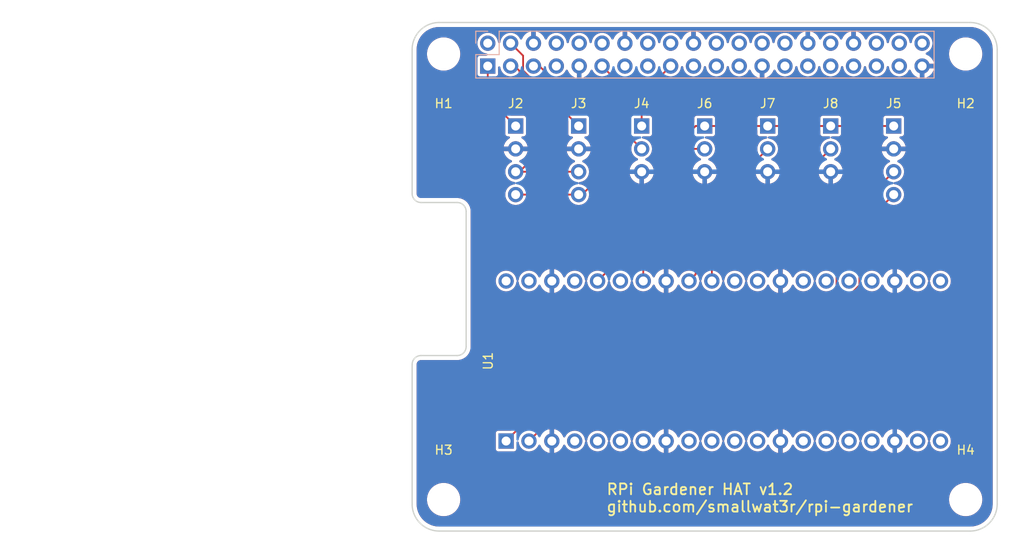
<source format=kicad_pcb>
(kicad_pcb (version 20241229) (generator "pcbnew") (generator_version "9.0")
  (title_block (title "RPi Gardener HAT") (date "2026-01-07") (rev "1.2-compact") (comment 1 "Raspberry Pi HAT with Pico integration"))
  (layers (0 "F.Cu" signal) (2 "B.Cu" signal) (13 "F.Paste" user) (15 "B.Paste" user) (5 "F.SilkS" user "F.Silkscreen") (7 "B.SilkS" user "B.Silkscreen") (1 "F.Mask" user) (3 "B.Mask" user) (25 "Edge.Cuts" user))
  (net 0 "")
  (net 1 "GND")
  (net 2 "+3V3")
  (net 3 "+5V")
  (net 4 "I2C_SDA")
  (net 5 "I2C_SCL")
  (net 6 "GPIO17_DHT")
  (net 7 "GP0_SDA")
  (net 8 "GP1_SCL")
  (net 9 "GP26_ADC0")
  (net 10 "GP27_ADC1")
  (net 11 "GP28_ADC2")
  (net 12 "PICO_3V3")
  (footprint "RPi_Pico:RPi_Pico_SMD_TH" (layer "F.Cu") (at 87.44 93.11 90)
    (property "Reference" "U1" (at 0 -2 90) (layer "F.SilkS"))
    (property "Value" "Pico")
    (pad "1" thru_hole rect (at -8.89 0 90) (size 1.7 1.7) (drill 1) (layers "*.Cu" "*.Mask") (net 7 "GP0_SDA"))
    (pad "2" thru_hole oval (at -8.89 2.54 90) (size 1.7 1.7) (drill 1) (layers "*.Cu" "*.Mask") (net 8 "GP1_SCL"))
    (pad "3" thru_hole oval (at -8.89 5.08 90) (size 1.7 1.7) (drill 1) (layers "*.Cu" "*.Mask") (net 1 "GND"))
    (pad "4" thru_hole oval (at -8.89 7.62 90) (size 1.7 1.7) (drill 1) (layers "*.Cu" "*.Mask"))
    (pad "5" thru_hole oval (at -8.89 10.16 90) (size 1.7 1.7) (drill 1) (layers "*.Cu" "*.Mask"))
    (pad "6" thru_hole oval (at -8.89 12.7 90) (size 1.7 1.7) (drill 1) (layers "*.Cu" "*.Mask"))
    (pad "7" thru_hole oval (at -8.89 15.24 90) (size 1.7 1.7) (drill 1) (layers "*.Cu" "*.Mask"))
    (pad "8" thru_hole oval (at -8.89 17.78 90) (size 1.7 1.7) (drill 1) (layers "*.Cu" "*.Mask") (net 1 "GND"))
    (pad "9" thru_hole oval (at -8.89 20.32 90) (size 1.7 1.7) (drill 1) (layers "*.Cu" "*.Mask"))
    (pad "10" thru_hole oval (at -8.89 22.86 90) (size 1.7 1.7) (drill 1) (layers "*.Cu" "*.Mask"))
    (pad "11" thru_hole oval (at -8.89 25.4 90) (size 1.7 1.7) (drill 1) (layers "*.Cu" "*.Mask"))
    (pad "12" thru_hole oval (at -8.89 27.94 90) (size 1.7 1.7) (drill 1) (layers "*.Cu" "*.Mask"))
    (pad "13" thru_hole oval (at -8.89 30.48 90) (size 1.7 1.7) (drill 1) (layers "*.Cu" "*.Mask") (net 1 "GND"))
    (pad "14" thru_hole oval (at -8.89 33.02 90) (size 1.7 1.7) (drill 1) (layers "*.Cu" "*.Mask"))
    (pad "15" thru_hole oval (at -8.89 35.56 90) (size 1.7 1.7) (drill 1) (layers "*.Cu" "*.Mask"))
    (pad "16" thru_hole oval (at -8.89 38.1 90) (size 1.7 1.7) (drill 1) (layers "*.Cu" "*.Mask"))
    (pad "17" thru_hole oval (at -8.89 40.64 90) (size 1.7 1.7) (drill 1) (layers "*.Cu" "*.Mask"))
    (pad "18" thru_hole oval (at -8.89 43.18 90) (size 1.7 1.7) (drill 1) (layers "*.Cu" "*.Mask") (net 1 "GND"))
    (pad "19" thru_hole oval (at -8.89 45.72 90) (size 1.7 1.7) (drill 1) (layers "*.Cu" "*.Mask"))
    (pad "20" thru_hole oval (at -8.89 48.26 90) (size 1.7 1.7) (drill 1) (layers "*.Cu" "*.Mask"))
    (pad "21" thru_hole oval (at 8.89 48.26 90) (size 1.7 1.7) (drill 1) (layers "*.Cu" "*.Mask"))
    (pad "22" thru_hole oval (at 8.89 45.72 90) (size 1.7 1.7) (drill 1) (layers "*.Cu" "*.Mask"))
    (pad "23" thru_hole oval (at 8.89 43.18 90) (size 1.7 1.7) (drill 1) (layers "*.Cu" "*.Mask") (net 1 "GND"))
    (pad "24" thru_hole oval (at 8.89 40.64 90) (size 1.7 1.7) (drill 1) (layers "*.Cu" "*.Mask"))
    (pad "25" thru_hole oval (at 8.89 38.1 90) (size 1.7 1.7) (drill 1) (layers "*.Cu" "*.Mask"))
    (pad "26" thru_hole oval (at 8.89 35.56 90) (size 1.7 1.7) (drill 1) (layers "*.Cu" "*.Mask"))
    (pad "27" thru_hole oval (at 8.89 33.02 90) (size 1.7 1.7) (drill 1) (layers "*.Cu" "*.Mask"))
    (pad "28" thru_hole oval (at 8.89 30.48 90) (size 1.7 1.7) (drill 1) (layers "*.Cu" "*.Mask") (net 1 "GND"))
    (pad "29" thru_hole oval (at 8.89 27.94 90) (size 1.7 1.7) (drill 1) (layers "*.Cu" "*.Mask"))
    (pad "30" thru_hole oval (at 8.89 25.4 90) (size 1.7 1.7) (drill 1) (layers "*.Cu" "*.Mask"))
    (pad "31" thru_hole oval (at 8.89 22.86 90) (size 1.7 1.7) (drill 1) (layers "*.Cu" "*.Mask") (net 9 "GP26_ADC0"))
    (pad "32" thru_hole oval (at 8.89 20.32 90) (size 1.7 1.7) (drill 1) (layers "*.Cu" "*.Mask") (net 10 "GP27_ADC1"))
    (pad "33" thru_hole oval (at 8.89 17.78 90) (size 1.7 1.7) (drill 1) (layers "*.Cu" "*.Mask") (net 1 "GND"))
    (pad "34" thru_hole oval (at 8.89 15.24 90) (size 1.7 1.7) (drill 1) (layers "*.Cu" "*.Mask") (net 11 "GP28_ADC2"))
    (pad "35" thru_hole oval (at 8.89 12.7 90) (size 1.7 1.7) (drill 1) (layers "*.Cu" "*.Mask"))
    (pad "36" thru_hole oval (at 8.89 10.16 90) (size 1.7 1.7) (drill 1) (layers "*.Cu" "*.Mask") (net 12 "PICO_3V3"))
    (pad "37" thru_hole oval (at 8.89 7.62 90) (size 1.7 1.7) (drill 1) (layers "*.Cu" "*.Mask"))
    (pad "38" thru_hole oval (at 8.89 5.08 90) (size 1.7 1.7) (drill 1) (layers "*.Cu" "*.Mask") (net 1 "GND"))
    (pad "39" thru_hole oval (at 8.89 2.54 90) (size 1.7 1.7) (drill 1) (layers "*.Cu" "*.Mask"))
    (pad "40" thru_hole oval (at 8.89 0 90) (size 1.7 1.7) (drill 1) (layers "*.Cu" "*.Mask"))
  )
  (footprint "Connector_PinHeader_2.54mm:PinHeader_1x03_P2.54mm_Vertical" (layer "F.Cu") (at 116.5 67)
    (property "Reference" "J7" (at 0 -2.5 0) (layer "F.SilkS"))
    (property "Value" "MOIST2")
    (pad "1" thru_hole rect (at 0 0) (size 1.7 1.7) (drill 1) (layers "*.Cu" "*.Mask") (net 12 "PICO_3V3"))
    (pad "2" thru_hole oval (at 0 2.54) (size 1.7 1.7) (drill 1) (layers "*.Cu" "*.Mask") (net 10 "GP27_ADC1"))
    (pad "3" thru_hole oval (at 0 5.08) (size 1.7 1.7) (drill 1) (layers "*.Cu" "*.Mask") (net 1 "GND"))
  )
  (footprint "Connector_PinHeader_2.54mm:PinHeader_1x04_P2.54mm_Vertical" (layer "F.Cu") (at 130.5 67)
    (property "Reference" "J5" (at 0 -2.5 0) (layer "F.SilkS"))
    (property "Value" "OLED_Pico")
    (pad "1" thru_hole rect (at 0 0) (size 1.7 1.7) (drill 1) (layers "*.Cu" "*.Mask") (net 12 "PICO_3V3"))
    (pad "2" thru_hole oval (at 0 2.54) (size 1.7 1.7) (drill 1) (layers "*.Cu" "*.Mask") (net 1 "GND"))
    (pad "3" thru_hole oval (at 0 5.08) (size 1.7 1.7) (drill 1) (layers "*.Cu" "*.Mask") (net 7 "GP0_SDA"))
    (pad "4" thru_hole oval (at 0 7.62) (size 1.7 1.7) (drill 1) (layers "*.Cu" "*.Mask") (net 8 "GP1_SCL"))
  )
  (footprint "MountingHole:MountingHole_3.2mm_M3" (layer "F.Cu") (at 80.5 59)
    (property "Reference" "H1" (at 0 5.5 0) (layer "F.SilkS"))
    (property "Value" "MH")
    (pad "" np_thru_hole circle (at 0 0) (size 3.2 3.2) (drill 3.2) (layers "*.Cu" "*.Mask"))
  )
  (footprint "Connector_PinHeader_2.54mm:PinHeader_1x03_P2.54mm_Vertical" (layer "F.Cu") (at 109.5 67)
    (property "Reference" "J6" (at 0 -2.5 0) (layer "F.SilkS"))
    (property "Value" "MOIST1")
    (pad "1" thru_hole rect (at 0 0) (size 1.7 1.7) (drill 1) (layers "*.Cu" "*.Mask") (net 12 "PICO_3V3"))
    (pad "2" thru_hole oval (at 0 2.54) (size 1.7 1.7) (drill 1) (layers "*.Cu" "*.Mask") (net 11 "GP28_ADC2"))
    (pad "3" thru_hole oval (at 0 5.08) (size 1.7 1.7) (drill 1) (layers "*.Cu" "*.Mask") (net 1 "GND"))
  )
  (footprint "Connector_PinHeader_2.54mm:PinHeader_1x03_P2.54mm_Vertical" (layer "F.Cu") (at 123.5 67)
    (property "Reference" "J8" (at 0 -2.5 0) (layer "F.SilkS"))
    (property "Value" "MOIST3")
    (pad "1" thru_hole rect (at 0 0) (size 1.7 1.7) (drill 1) (layers "*.Cu" "*.Mask") (net 12 "PICO_3V3"))
    (pad "2" thru_hole oval (at 0 2.54) (size 1.7 1.7) (drill 1) (layers "*.Cu" "*.Mask") (net 9 "GP26_ADC0"))
    (pad "3" thru_hole oval (at 0 5.08) (size 1.7 1.7) (drill 1) (layers "*.Cu" "*.Mask") (net 1 "GND"))
  )
  (footprint "MountingHole:MountingHole_3.2mm_M3" (layer "F.Cu") (at 138.5 108.5)
    (property "Reference" "H4" (at 0 -5.5 0) (layer "F.SilkS"))
    (property "Value" "MH")
    (pad "" np_thru_hole circle (at 0 0) (size 3.2 3.2) (drill 3.2) (layers "*.Cu" "*.Mask"))
  )
  (footprint "MountingHole:MountingHole_3.2mm_M3" (layer "F.Cu") (at 80.5 108.5)
    (property "Reference" "H3" (at 0 -5.5 0) (layer "F.SilkS"))
    (property "Value" "MH")
    (pad "" np_thru_hole circle (at 0 0) (size 3.2 3.2) (drill 3.2) (layers "*.Cu" "*.Mask"))
  )
  (footprint "Connector_PinHeader_2.54mm:PinHeader_1x04_P2.54mm_Vertical" (layer "F.Cu") (at 88.5 67)
    (property "Reference" "J2" (at 0 -2.5 0) (layer "F.SilkS"))
    (property "Value" "OLED_RPi")
    (pad "1" thru_hole rect (at 0 0) (size 1.7 1.7) (drill 1) (layers "*.Cu" "*.Mask") (net 2 "+3V3"))
    (pad "2" thru_hole oval (at 0 2.54) (size 1.7 1.7) (drill 1) (layers "*.Cu" "*.Mask") (net 1 "GND"))
    (pad "3" thru_hole oval (at 0 5.08) (size 1.7 1.7) (drill 1) (layers "*.Cu" "*.Mask") (net 4 "I2C_SDA"))
    (pad "4" thru_hole oval (at 0 7.62) (size 1.7 1.7) (drill 1) (layers "*.Cu" "*.Mask") (net 5 "I2C_SCL"))
  )
  (footprint "MountingHole:MountingHole_3.2mm_M3" (layer "F.Cu") (at 138.5 59)
    (property "Reference" "H2" (at 0 5.5 0) (layer "F.SilkS"))
    (property "Value" "MH")
    (pad "" np_thru_hole circle (at 0 0) (size 3.2 3.2) (drill 3.2) (layers "*.Cu" "*.Mask"))
  )
  (footprint "Connector_PinHeader_2.54mm:PinHeader_1x04_P2.54mm_Vertical" (layer "F.Cu") (at 95.5 67)
    (property "Reference" "J3" (at 0 -2.5 0) (layer "F.SilkS"))
    (property "Value" "LCD_I2C")
    (pad "1" thru_hole rect (at 0 0) (size 1.7 1.7) (drill 1) (layers "*.Cu" "*.Mask") (net 3 "+5V"))
    (pad "2" thru_hole oval (at 0 2.54) (size 1.7 1.7) (drill 1) (layers "*.Cu" "*.Mask") (net 1 "GND"))
    (pad "3" thru_hole oval (at 0 5.08) (size 1.7 1.7) (drill 1) (layers "*.Cu" "*.Mask") (net 4 "I2C_SDA"))
    (pad "4" thru_hole oval (at 0 7.62) (size 1.7 1.7) (drill 1) (layers "*.Cu" "*.Mask") (net 5 "I2C_SCL"))
  )
  (footprint "Connector_PinHeader_2.54mm:PinHeader_1x03_P2.54mm_Vertical" (layer "F.Cu") (at 102.5 67)
    (property "Reference" "J4" (at 0 -2.5 0) (layer "F.SilkS"))
    (property "Value" "DHT22")
    (pad "1" thru_hole rect (at 0 0) (size 1.7 1.7) (drill 1) (layers "*.Cu" "*.Mask") (net 2 "+3V3"))
    (pad "2" thru_hole oval (at 0 2.54) (size 1.7 1.7) (drill 1) (layers "*.Cu" "*.Mask") (net 6 "GPIO17_DHT"))
    (pad "3" thru_hole oval (at 0 5.08) (size 1.7 1.7) (drill 1) (layers "*.Cu" "*.Mask") (net 1 "GND"))
  )
  (footprint "Connector_PinSocket_2.54mm:PinSocket_2x20_P2.54mm_Vertical" (layer "B.Cu") (at 85.4 57.8 -90)
    (property "Reference" "J1" (hide yes))
    (property "Value" "RPi_GPIO")
    (fp_line (start -1.33 1.33) (end 0 1.33) (stroke (width 0.12)) (layer "B.SilkS"))
    (fp_line (start 1.27 1.33) (end 3.87 1.33) (stroke (width 0.12)) (layer "B.SilkS"))
    (fp_line (start 3.87 1.33) (end 3.87 -49.59) (stroke (width 0.12)) (layer "B.SilkS"))
    (fp_line (start -1.33 0) (end -1.33 1.33) (stroke (width 0.12)) (layer "B.SilkS"))
    (fp_line (start -1.33 -1.27) (end 1.27 -1.27) (stroke (width 0.12)) (layer "B.SilkS"))
    (fp_line (start -1.33 -1.27) (end -1.33 -49.59) (stroke (width 0.12)) (layer "B.SilkS"))
    (fp_line (start 1.27 -1.27) (end 1.27 1.33) (stroke (width 0.12)) (layer "B.SilkS"))
    (fp_line (start -1.33 -49.59) (end 3.87 -49.59) (stroke (width 0.12)) (layer "B.SilkS"))
    (pad "1" thru_hole rect (at 2.54 0 270) (size 1.7 1.7) (drill 1) (layers "*.Cu" "*.Mask") (net 2 "+3V3"))
    (pad "2" thru_hole oval (at 0 0 270) (size 1.7 1.7) (drill 1) (layers "*.Cu" "*.Mask") (net 3 "+5V"))
    (pad "3" thru_hole oval (at 2.54 -2.54 270) (size 1.7 1.7) (drill 1) (layers "*.Cu" "*.Mask") (net 4 "I2C_SDA"))
    (pad "4" thru_hole oval (at 0 -2.54 270) (size 1.7 1.7) (drill 1) (layers "*.Cu" "*.Mask") (net 3 "+5V"))
    (pad "5" thru_hole oval (at 2.54 -5.08 270) (size 1.7 1.7) (drill 1) (layers "*.Cu" "*.Mask") (net 5 "I2C_SCL"))
    (pad "6" thru_hole oval (at 0 -5.08 270) (size 1.7 1.7) (drill 1) (layers "*.Cu" "*.Mask") (net 1 "GND"))
    (pad "7" thru_hole oval (at 2.54 -7.62 270) (size 1.7 1.7) (drill 1) (layers "*.Cu" "*.Mask"))
    (pad "8" thru_hole oval (at 0 -7.62 270) (size 1.7 1.7) (drill 1) (layers "*.Cu" "*.Mask"))
    (pad "9" thru_hole oval (at 2.54 -10.16 270) (size 1.7 1.7) (drill 1) (layers "*.Cu" "*.Mask") (net 1 "GND"))
    (pad "10" thru_hole oval (at 0 -10.16 270) (size 1.7 1.7) (drill 1) (layers "*.Cu" "*.Mask"))
    (pad "11" thru_hole oval (at 2.54 -12.7 270) (size 1.7 1.7) (drill 1) (layers "*.Cu" "*.Mask") (net 6 "GPIO17_DHT"))
    (pad "12" thru_hole oval (at 0 -12.7 270) (size 1.7 1.7) (drill 1) (layers "*.Cu" "*.Mask"))
    (pad "13" thru_hole oval (at 2.54 -15.24 270) (size 1.7 1.7) (drill 1) (layers "*.Cu" "*.Mask"))
    (pad "14" thru_hole oval (at 0 -15.24 270) (size 1.7 1.7) (drill 1) (layers "*.Cu" "*.Mask") (net 1 "GND"))
    (pad "15" thru_hole oval (at 2.54 -17.78 270) (size 1.7 1.7) (drill 1) (layers "*.Cu" "*.Mask"))
    (pad "16" thru_hole oval (at 0 -17.78 270) (size 1.7 1.7) (drill 1) (layers "*.Cu" "*.Mask"))
    (pad "17" thru_hole oval (at 2.54 -20.32 270) (size 1.7 1.7) (drill 1) (layers "*.Cu" "*.Mask") (net 2 "+3V3"))
    (pad "18" thru_hole oval (at 0 -20.32 270) (size 1.7 1.7) (drill 1) (layers "*.Cu" "*.Mask"))
    (pad "19" thru_hole oval (at 2.54 -22.86 270) (size 1.7 1.7) (drill 1) (layers "*.Cu" "*.Mask"))
    (pad "20" thru_hole oval (at 0 -22.86 270) (size 1.7 1.7) (drill 1) (layers "*.Cu" "*.Mask") (net 1 "GND"))
    (pad "21" thru_hole oval (at 2.54 -25.4 270) (size 1.7 1.7) (drill 1) (layers "*.Cu" "*.Mask"))
    (pad "22" thru_hole oval (at 0 -25.4 270) (size 1.7 1.7) (drill 1) (layers "*.Cu" "*.Mask"))
    (pad "23" thru_hole oval (at 2.54 -27.94 270) (size 1.7 1.7) (drill 1) (layers "*.Cu" "*.Mask"))
    (pad "24" thru_hole oval (at 0 -27.94 270) (size 1.7 1.7) (drill 1) (layers "*.Cu" "*.Mask"))
    (pad "25" thru_hole oval (at 2.54 -30.48 270) (size 1.7 1.7) (drill 1) (layers "*.Cu" "*.Mask") (net 1 "GND"))
    (pad "26" thru_hole oval (at 0 -30.48 270) (size 1.7 1.7) (drill 1) (layers "*.Cu" "*.Mask"))
    (pad "27" thru_hole oval (at 2.54 -33.02 270) (size 1.7 1.7) (drill 1) (layers "*.Cu" "*.Mask"))
    (pad "28" thru_hole oval (at 0 -33.02 270) (size 1.7 1.7) (drill 1) (layers "*.Cu" "*.Mask"))
    (pad "29" thru_hole oval (at 2.54 -35.56 270) (size 1.7 1.7) (drill 1) (layers "*.Cu" "*.Mask"))
    (pad "30" thru_hole oval (at 0 -35.56 270) (size 1.7 1.7) (drill 1) (layers "*.Cu" "*.Mask") (net 1 "GND"))
    (pad "31" thru_hole oval (at 2.54 -38.1 270) (size 1.7 1.7) (drill 1) (layers "*.Cu" "*.Mask"))
    (pad "32" thru_hole oval (at 0 -38.1 270) (size 1.7 1.7) (drill 1) (layers "*.Cu" "*.Mask"))
    (pad "33" thru_hole oval (at 2.54 -40.64 270) (size 1.7 1.7) (drill 1) (layers "*.Cu" "*.Mask"))
    (pad "34" thru_hole oval (at 0 -40.64 270) (size 1.7 1.7) (drill 1) (layers "*.Cu" "*.Mask") (net 1 "GND"))
    (pad "35" thru_hole oval (at 2.54 -43.18 270) (size 1.7 1.7) (drill 1) (layers "*.Cu" "*.Mask"))
    (pad "36" thru_hole oval (at 0 -43.18 270) (size 1.7 1.7) (drill 1) (layers "*.Cu" "*.Mask"))
    (pad "37" thru_hole oval (at 2.54 -45.72 270) (size 1.7 1.7) (drill 1) (layers "*.Cu" "*.Mask"))
    (pad "38" thru_hole oval (at 0 -45.72 270) (size 1.7 1.7) (drill 1) (layers "*.Cu" "*.Mask"))
    (pad "39" thru_hole oval (at 2.54 -48.26 270) (size 1.7 1.7) (drill 1) (layers "*.Cu" "*.Mask") (net 1 "GND"))
    (pad "40" thru_hole oval (at 0 -48.26 270) (size 1.7 1.7) (drill 1) (layers "*.Cu" "*.Mask"))
  )
  (gr_line (start 80 55.5) (end 139 55.5) (stroke (width 0.15)) (layer "Edge.Cuts"))
  (gr_arc (start 139 55.5) (mid 141.12 56.38) (end 142 58.5) (stroke (width 0.15)) (layer "Edge.Cuts"))
  (gr_line (start 142 58.5) (end 142 109) (stroke (width 0.15)) (layer "Edge.Cuts"))
  (gr_arc (start 142 109) (mid 141.12 111.12) (end 139 112) (stroke (width 0.15)) (layer "Edge.Cuts"))
  (gr_line (start 139 112) (end 80 112) (stroke (width 0.15)) (layer "Edge.Cuts"))
  (gr_arc (start 80 112) (mid 77.88 111.12) (end 77 109) (stroke (width 0.15)) (layer "Edge.Cuts"))
  (gr_line (start 77 109) (end 77 93.5) (stroke (width 0.15)) (layer "Edge.Cuts"))
  (gr_arc (start 77 93.5) (mid 77.29 92.79) (end 78 92.5) (stroke (width 0.15)) (layer "Edge.Cuts"))
  (gr_line (start 78 92.5) (end 82 92.5) (stroke (width 0.15)) (layer "Edge.Cuts"))
  (gr_arc (start 83 91.5) (mid 82.710011 92.210011) (end 82 92.5) (stroke (width 0.15)) (layer "Edge.Cuts"))
  (gr_line (start 83 91.5) (end 83 76.5) (stroke (width 0.15)) (layer "Edge.Cuts"))
  (gr_arc (start 82 75.5) (mid 82.710011 75.789989) (end 83 76.5) (stroke (width 0.15)) (layer "Edge.Cuts"))
  (gr_line (start 82 75.5) (end 78 75.5) (stroke (width 0.15)) (layer "Edge.Cuts"))
  (gr_arc (start 78 75.5) (mid 77.29 75.21) (end 77 74.5) (stroke (width 0.15)) (layer "Edge.Cuts"))
  (gr_line (start 77 74.5) (end 77 58.5) (stroke (width 0.15)) (layer "Edge.Cuts"))
  (gr_arc (start 77 58.5) (mid 77.88 56.38) (end 80 55.5) (stroke (width 0.15)) (layer "Edge.Cuts"))
  (gr_text "RPi Gardener HAT v1.2\ngithub.com/smallwat3r/rpi-gardener" (at 98.5 110 0) (layer "F.SilkS") (effects (font (size 1.2 1.2) (thickness 0.2)) (justify left bottom)))
  (segment (start 102.5 63.56) (end 105.72 60.34) (width 0.2) (layer "F.Cu") (net 2))
  (segment (start 85.4 60.34) (end 85.4 63.9) (width 0.2) (layer "F.Cu") (net 2))
  (segment (start 102.5 67) (end 102.5 63.56) (width 0.2) (layer "F.Cu") (net 2))
  (segment (start 85.4 63.9) (end 88.5 67) (width 0.2) (layer "F.Cu") (net 2))
  (segment (start 89.329 60.829) (end 89.329 59.189) (width 0.2) (layer "F.Cu") (net 3))
  (segment (start 95.5 67) (end 89.329 60.829) (width 0.2) (layer "F.Cu") (net 3))
  (segment (start 89.329 59.189) (end 87.94 57.8) (width 0.2) (layer "F.Cu") (net 3))
  (segment (start 88.92 72.08) (end 88.5 72.08) (width 0.2) (layer "F.Cu") (net 4))
  (segment (start 93.5 65.5671) (end 93.5 67.5) (width 0.2) (layer "F.Cu") (net 4))
  (segment (start 93.5 67.5) (end 88.92 72.08) (width 0.2) (layer "F.Cu") (net 4))
  (segment (start 88.5 72.08) (end 95.5 72.08) (width 0.2) (layer "F.Cu") (net 4))
  (segment (start 88.928 60.9951) (end 93.5 65.5671) (width 0.2) (layer "F.Cu") (net 4))
  (segment (start 88.928 60.878) (end 88.928 60.9951) (width 0.2) (layer "F.Cu") (net 4))
  (segment (start 88.39 60.34) (end 88.928 60.878) (width 0.2) (layer "F.Cu") (net 4))
  (segment (start 87.94 60.34) (end 88.39 60.34) (width 0.2) (layer "F.Cu") (net 4))
  (segment (start 88.5 74.62) (end 95.5 74.62) (width 0.2) (layer "F.Cu") (net 5))
  (segment (start 91.142 60.34) (end 90.48 60.34) (width 0.2) (layer "F.Cu") (net 5))
  (segment (start 98 72.5) (end 98 67.198) (width 0.2) (layer "F.Cu") (net 5))
  (segment (start 95.5 74.62) (end 95.88 74.62) (width 0.2) (layer "F.Cu") (net 5))
  (segment (start 95.88 74.62) (end 98 72.5) (width 0.2) (layer "F.Cu") (net 5))
  (segment (start 98 67.198) (end 91.142 60.34) (width 0.2) (layer "F.Cu") (net 5))
  (segment (start 101 63.24) (end 98.1 60.34) (width 0.2) (layer "F.Cu") (net 6))
  (segment (start 101 68.04) (end 101 63.24) (width 0.2) (layer "F.Cu") (net 6))
  (segment (start 102.5 69.54) (end 101 68.04) (width 0.2) (layer "F.Cu") (net 6))
  (segment (start 103.3139 88.099) (end 90.9129 100.5) (width 0.2) (layer "F.Cu") (net 7))
  (segment (start 88.92612 100.5) (end 87.44 101.98612) (width 0.2) (layer "F.Cu") (net 7))
  (segment (start 124.151 86.66966) (end 122.72166 88.099) (width 0.2) (layer "F.Cu") (net 7))
  (segment (start 124.151 78.429) (end 124.151 86.66966) (width 0.2) (layer "F.Cu") (net 7))
  (segment (start 122.72166 88.099) (end 103.3139 88.099) (width 0.2) (layer "F.Cu") (net 7))
  (segment (start 130.5 72.08) (end 124.151 78.429) (width 0.2) (layer "F.Cu") (net 7))
  (segment (start 87.44 101.98612) (end 87.44 102) (width 0.2) (layer "F.Cu") (net 7))
  (segment (start 90.9129 100.5) (end 88.92612 100.5) (width 0.2) (layer "F.Cu") (net 7))
  (segment (start 122.88776 88.5) (end 103.48 88.5) (width 0.2) (layer "F.Cu") (net 8))
  (segment (start 126.691 84.69676) (end 122.88776 88.5) (width 0.2) (layer "F.Cu") (net 8))
  (segment (start 130.5 74.62) (end 126.691 78.429) (width 0.2) (layer "F.Cu") (net 8))
  (segment (start 126.691 78.429) (end 126.691 84.69676) (width 0.2) (layer "F.Cu") (net 8))
  (segment (start 103.48 88.5) (end 89.98 102) (width 0.2) (layer "F.Cu") (net 8))
  (segment (start 110.3 82.74) (end 110.3 84.22) (width 0.2) (layer "F.Cu") (net 9))
  (segment (start 123.5 69.54) (end 110.3 82.74) (width 0.2) (layer "F.Cu") (net 9))
  (segment (start 108.5 77.54) (end 108.5 83.48) (width 0.2) (layer "F.Cu") (net 10))
  (segment (start 108.5 83.48) (end 107.76 84.22) (width 0.2) (layer "F.Cu") (net 10))
  (segment (start 116.5 69.54) (end 108.5 77.54) (width 0.2) (layer "F.Cu") (net 10))
  (segment (start 108.23 69.54) (end 107.401 70.369) (width 0.2) (layer "F.Cu") (net 11))
  (segment (start 107.401 70.369) (end 107.401 71.639) (width 0.2) (layer "F.Cu") (net 11))
  (segment (start 102.68 76.36) (end 102.68 84.22) (width 0.2) (layer "F.Cu") (net 11))
  (segment (start 107.401 71.639) (end 102.68 76.36) (width 0.2) (layer "F.Cu") (net 11))
  (segment (start 109.5 69.54) (end 108.23 69.54) (width 0.2) (layer "F.Cu") (net 11))
  (segment (start 123.5 67) (end 130.5 67) (width 0.2) (layer "F.Cu") (net 12))
  (segment (start 102.279 79.541) (end 102.279 76.1939) (width 0.2) (layer "F.Cu") (net 12))
  (segment (start 109.5 67) (end 116.5 67) (width 0.2) (layer "F.Cu") (net 12))
  (segment (start 108.5 67) (end 109.5 67) (width 0.2) (layer "F.Cu") (net 12))
  (segment (start 107 68.5) (end 108.5 67) (width 0.2) (layer "F.Cu") (net 12))
  (segment (start 97.6 84.22) (end 102.279 79.541) (width 0.2) (layer "F.Cu") (net 12))
  (segment (start 102.279 76.1939) (end 107 71.4729) (width 0.2) (layer "F.Cu") (net 12))
  (segment (start 116.5 67) (end 123.5 67) (width 0.2) (layer "F.Cu") (net 12))
  (segment (start 107 71.4729) (end 107 68.5) (width 0.2) (layer "F.Cu") (net 12))
  (zone (net 1) (net_name "GND") (layer "F.Cu") (connect_pads (clearance 0.3)) (min_thickness 0.25) (fill yes (thermal_gap 0.5) (thermal_bridge_width 0.5))
    (polygon (pts (xy 75 53) (xy 145 53) (xy 145 115) (xy 75 115)))
  )
  (zone (net 1) (net_name "GND") (layer "B.Cu") (connect_pads (clearance 0.3)) (min_thickness 0.25) (fill yes (thermal_gap 0.5) (thermal_bridge_width 0.5))
    (polygon (pts (xy 75 53) (xy 145 53) (xy 145 115) (xy 75 115)))
  )
)
</source>
